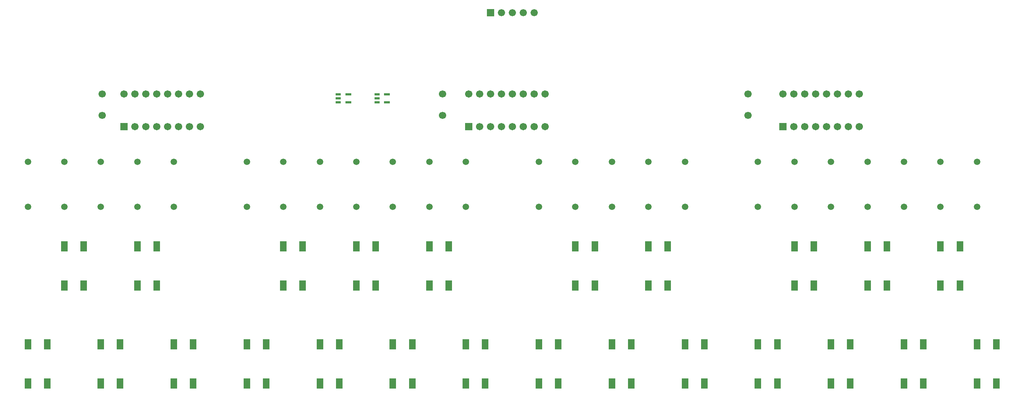
<source format=gts>
G04 Layer: TopSolderMaskLayer*
G04 EasyEDA v6.5.43, 2024-08-29 12:16:04*
G04 cb6e2e9fbd21486d88ae5690d2d3dc00,10*
G04 Gerber Generator version 0.2*
G04 Scale: 100 percent, Rotated: No, Reflected: No *
G04 Dimensions in millimeters *
G04 leading zeros omitted , absolute positions ,4 integer and 5 decimal *
%FSLAX45Y45*%
%MOMM*%

%AMMACRO1*4,1,8,-0.7711,-1.2008,-0.8008,-1.171,-0.8008,1.1711,-0.7711,1.2008,0.771,1.2008,0.8008,1.1711,0.8008,-1.171,0.771,-1.2008,-0.7711,-1.2008,0*%
%AMMACRO2*4,1,8,-0.8211,-0.8508,-0.8508,-0.821,-0.8508,0.821,-0.8211,0.8508,0.821,0.8508,0.8508,0.821,0.8508,-0.821,0.821,-0.8508,-0.8211,-0.8508,0*%
%AMMACRO3*4,1,8,-0.8211,-0.8508,-0.8508,-0.821,-0.8508,0.8211,-0.8211,0.8508,0.821,0.8508,0.8508,0.8211,0.8508,-0.821,0.821,-0.8508,-0.8211,-0.8508,0*%
%AMMACRO4*4,1,8,-0.5996,-0.2958,-0.6293,-0.266,-0.6293,0.2661,-0.5996,0.2958,0.5995,0.2958,0.6293,0.2661,0.6293,-0.266,0.5995,-0.2958,-0.5996,-0.2958,0*%
%AMMACRO5*4,1,8,-0.6086,-0.2958,-0.6383,-0.266,-0.6383,0.2661,-0.6086,0.2958,0.6085,0.2958,0.6383,0.2661,0.6383,-0.266,0.6085,-0.2958,-0.6086,-0.2958,0*%
%AMMACRO6*4,1,8,-0.8085,-0.8382,-0.8382,-0.8084,-0.8382,0.8085,-0.8085,0.8382,0.8084,0.8382,0.8382,0.8085,0.8382,-0.8084,0.8084,-0.8382,-0.8085,-0.8382,0*%
%ADD10C,1.7000*%
%ADD11MACRO1*%
%ADD12C,1.7016*%
%ADD13MACRO2*%
%ADD14MACRO3*%
%ADD15MACRO4*%
%ADD16MACRO5*%
%ADD17C,1.6764*%
%ADD18MACRO6*%
%ADD19C,1.5016*%
%ADD20C,1.5020*%

%LPD*%
D10*
G01*
X2514600Y4762482D03*
G01*
X2514600Y4262483D03*
G01*
X10439400Y4262483D03*
G01*
X10439400Y4762482D03*
D11*
G01*
X8032988Y-1081709D03*
G01*
X8032963Y-1991690D03*
G01*
X7582976Y-1081709D03*
G01*
X7582976Y-1991690D03*
G01*
X8882987Y1204290D03*
G01*
X8882961Y294309D03*
G01*
X8432975Y1204290D03*
G01*
X8432975Y294309D03*
G01*
X9732985Y-1081709D03*
G01*
X9732959Y-1991690D03*
G01*
X9282973Y-1081709D03*
G01*
X9282973Y-1991690D03*
G01*
X10582983Y1204290D03*
G01*
X10582958Y294309D03*
G01*
X10132971Y1204290D03*
G01*
X10132971Y294309D03*
G01*
X11432981Y-1081709D03*
G01*
X11432956Y-1991690D03*
G01*
X10982970Y-1081709D03*
G01*
X10982970Y-1991690D03*
G01*
X13132978Y-1081709D03*
G01*
X13132953Y-1991690D03*
G01*
X12682966Y-1081709D03*
G01*
X12682966Y-1991690D03*
G01*
X13982976Y1204290D03*
G01*
X13982951Y294309D03*
G01*
X13532965Y1204290D03*
G01*
X13532965Y294309D03*
G01*
X14832975Y-1081709D03*
G01*
X14832949Y-1991690D03*
G01*
X14382963Y-1081709D03*
G01*
X14382963Y-1991690D03*
G01*
X15682973Y1204290D03*
G01*
X15682948Y294309D03*
G01*
X15232961Y1204290D03*
G01*
X15232961Y294309D03*
G01*
X16532971Y-1081709D03*
G01*
X16532946Y-1991690D03*
G01*
X16082959Y-1081709D03*
G01*
X16082959Y-1991690D03*
G01*
X18232968Y-1081709D03*
G01*
X18232942Y-1991690D03*
G01*
X17782956Y-1081709D03*
G01*
X17782956Y-1991690D03*
G01*
X19082966Y1204290D03*
G01*
X19082941Y294309D03*
G01*
X18632954Y1204290D03*
G01*
X18632954Y294309D03*
G01*
X19932964Y-1081709D03*
G01*
X19932939Y-1991690D03*
G01*
X19482953Y-1081709D03*
G01*
X19482953Y-1991690D03*
G01*
X20782963Y1204290D03*
G01*
X20782937Y294309D03*
G01*
X20332951Y1204290D03*
G01*
X20332951Y294309D03*
G01*
X21632961Y-1081709D03*
G01*
X21632936Y-1991690D03*
G01*
X21182949Y-1081709D03*
G01*
X21182949Y-1991690D03*
G01*
X22482959Y1204290D03*
G01*
X22482934Y294309D03*
G01*
X22032948Y1204290D03*
G01*
X22032948Y294309D03*
G01*
X23332958Y-1081709D03*
G01*
X23332932Y-1991690D03*
G01*
X22882946Y-1081709D03*
G01*
X22882946Y-1991690D03*
G01*
X1233002Y-1081709D03*
G01*
X1232976Y-1991690D03*
G01*
X782990Y-1081709D03*
G01*
X782990Y-1991690D03*
G01*
X2083000Y1204290D03*
G01*
X2082975Y294309D03*
G01*
X1632988Y1204290D03*
G01*
X1632988Y294309D03*
G01*
X2932998Y-1081709D03*
G01*
X2932973Y-1991690D03*
G01*
X2482987Y-1081709D03*
G01*
X2482987Y-1991690D03*
G01*
X3782997Y1204290D03*
G01*
X3782971Y294309D03*
G01*
X3332985Y1204290D03*
G01*
X3332985Y294309D03*
G01*
X4632995Y-1081709D03*
G01*
X4632970Y-1991690D03*
G01*
X4182983Y-1081709D03*
G01*
X4182983Y-1991690D03*
G01*
X6332992Y-1081709D03*
G01*
X6332966Y-1991690D03*
G01*
X5882980Y-1081709D03*
G01*
X5882980Y-1991690D03*
G01*
X7182990Y1204290D03*
G01*
X7182965Y294309D03*
G01*
X6732978Y1204290D03*
G01*
X6732978Y294309D03*
D10*
G01*
X17551400Y4262501D03*
G01*
X17551400Y4762500D03*
D12*
G01*
X3022600Y4762507D03*
G01*
X3276600Y4762507D03*
G01*
X3530600Y4762507D03*
G01*
X3784600Y4762507D03*
G01*
X4038600Y4762507D03*
G01*
X4292600Y4762507D03*
G01*
X4546600Y4762507D03*
G01*
X4800600Y4762507D03*
G01*
X4800600Y4000507D03*
G01*
X4546600Y4000507D03*
G01*
X4292600Y4000507D03*
G01*
X4038600Y4000507D03*
G01*
X3784600Y4000507D03*
G01*
X3530600Y4000507D03*
G01*
X3276600Y4000507D03*
D13*
G01*
X3022592Y4000501D03*
D12*
G01*
X11049000Y4762489D03*
G01*
X11303000Y4762489D03*
G01*
X11557000Y4762489D03*
G01*
X11811000Y4762489D03*
G01*
X12065000Y4762489D03*
G01*
X12319000Y4762489D03*
G01*
X12573000Y4762489D03*
G01*
X12827000Y4762489D03*
G01*
X12827000Y4000489D03*
G01*
X12573000Y4000489D03*
G01*
X12319000Y4000489D03*
G01*
X12065000Y4000489D03*
G01*
X11811000Y4000489D03*
G01*
X11557000Y4000489D03*
G01*
X11303000Y4000489D03*
D13*
G01*
X11048992Y4000483D03*
D12*
G01*
X18364200Y4762500D03*
G01*
X18618200Y4762500D03*
G01*
X18872200Y4762500D03*
G01*
X19126200Y4762500D03*
G01*
X19380200Y4762500D03*
G01*
X19634200Y4762500D03*
G01*
X19888200Y4762500D03*
G01*
X20142200Y4762500D03*
G01*
X20142200Y4000500D03*
G01*
X19888200Y4000500D03*
G01*
X19634200Y4000500D03*
G01*
X19380200Y4000500D03*
G01*
X19126200Y4000500D03*
G01*
X18872200Y4000500D03*
G01*
X18618200Y4000500D03*
D14*
G01*
X18364192Y4000502D03*
D15*
G01*
X8914333Y4755903D03*
G01*
X8914333Y4660907D03*
G01*
X8914333Y4565911D03*
D16*
G01*
X9145066Y4565911D03*
G01*
X9145066Y4755903D03*
D15*
G01*
X8012633Y4755896D03*
G01*
X8012633Y4660900D03*
G01*
X8012633Y4565904D03*
D16*
G01*
X8243366Y4565904D03*
G01*
X8243366Y4755896D03*
D17*
G01*
X12572977Y6654800D03*
G01*
X12318977Y6654800D03*
G01*
X12064977Y6654800D03*
G01*
X11810977Y6654800D03*
D18*
G01*
X11556977Y6654800D03*
D19*
G01*
X8432977Y3179292D03*
G01*
X8432977Y2129307D03*
G01*
X9282988Y3179292D03*
G01*
X9282988Y2129307D03*
G01*
X10132974Y3179292D03*
G01*
X10132974Y2129307D03*
G01*
X10982985Y3179292D03*
G01*
X10982985Y2129307D03*
G01*
X12682981Y3179292D03*
G01*
X12682981Y2129307D03*
G01*
X13532967Y3179292D03*
G01*
X13532967Y2129307D03*
G01*
X14382978Y3179292D03*
G01*
X14382978Y2129307D03*
G01*
X15232964Y3179292D03*
G01*
X15232964Y2129307D03*
G01*
X16082975Y3179292D03*
G01*
X16082975Y2129307D03*
G01*
X17782971Y3179292D03*
G01*
X17782971Y2129307D03*
G01*
X18632957Y3179292D03*
G01*
X18632957Y2129307D03*
G01*
X19482968Y3179292D03*
G01*
X19482968Y2129307D03*
G01*
X20332954Y3179292D03*
G01*
X20332954Y2129307D03*
G01*
X21182965Y3179292D03*
G01*
X21182965Y2129307D03*
G01*
X22032950Y3179292D03*
G01*
X22032950Y2129307D03*
G01*
X22882961Y3179292D03*
G01*
X22882961Y2129307D03*
D20*
G01*
X6732981Y2129281D03*
G01*
X6732981Y3179292D03*
G01*
X5882987Y2129281D03*
G01*
X5882987Y3179292D03*
G01*
X4182999Y2129281D03*
G01*
X4182999Y3179292D03*
G01*
X3332988Y2129281D03*
G01*
X3332988Y3179292D03*
G01*
X2483002Y2129281D03*
G01*
X2483002Y3179292D03*
G01*
X1632991Y2129281D03*
G01*
X1632991Y3179292D03*
G01*
X783005Y2129281D03*
G01*
X783005Y3179292D03*
G01*
X7582992Y2129281D03*
G01*
X7582992Y3179292D03*
M02*

</source>
